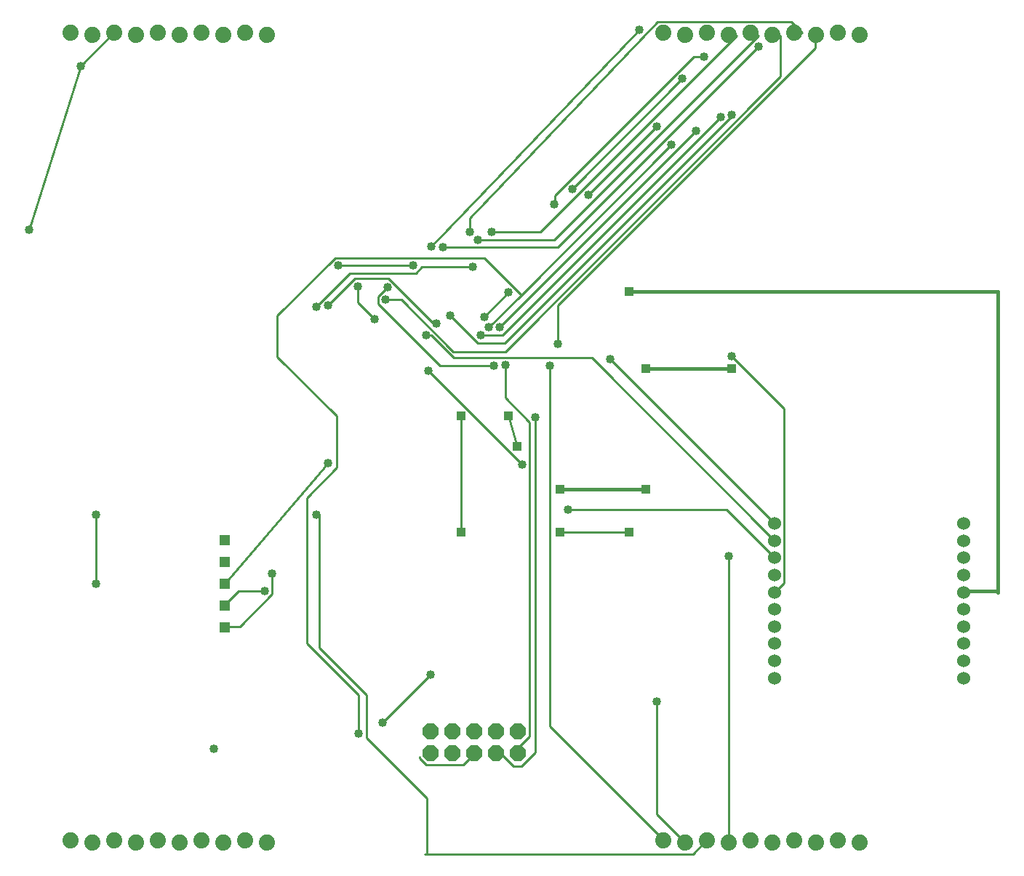
<source format=gbl>
G75*
G70*
%OFA0B0*%
%FSLAX24Y24*%
%IPPOS*%
%LPD*%
%AMOC8*
5,1,8,0,0,1.08239X$1,22.5*
%
%ADD10C,0.0740*%
%ADD11C,0.0600*%
%ADD12OC8,0.0740*%
%ADD13R,0.0515X0.0515*%
%ADD14C,0.0100*%
%ADD15C,0.0400*%
%ADD16C,0.0160*%
%ADD17R,0.0396X0.0396*%
D10*
X009629Y007428D03*
X010629Y007328D03*
X011629Y007428D03*
X012629Y007328D03*
X013629Y007428D03*
X014629Y007328D03*
X015629Y007428D03*
X016629Y007328D03*
X017629Y007428D03*
X018629Y007328D03*
X036794Y007428D03*
X037794Y007328D03*
X038794Y007428D03*
X039794Y007328D03*
X040794Y007428D03*
X041794Y007328D03*
X042794Y007428D03*
X043794Y007328D03*
X044794Y007428D03*
X045794Y007328D03*
X045794Y044336D03*
X044794Y044436D03*
X043794Y044336D03*
X042794Y044436D03*
X041794Y044336D03*
X040794Y044436D03*
X039794Y044336D03*
X038794Y044436D03*
X037794Y044336D03*
X036794Y044436D03*
X018629Y044336D03*
X017629Y044436D03*
X016629Y044336D03*
X015629Y044436D03*
X014629Y044336D03*
X013629Y044436D03*
X012629Y044336D03*
X011629Y044436D03*
X010629Y044336D03*
X009629Y044436D03*
D11*
X041912Y021945D03*
X041912Y021157D03*
X041912Y020370D03*
X041912Y019583D03*
X041912Y018795D03*
X041912Y018008D03*
X041912Y017220D03*
X041912Y016433D03*
X041912Y015646D03*
X041912Y014858D03*
X050574Y014858D03*
X050574Y015646D03*
X050574Y016433D03*
X050574Y017220D03*
X050574Y018008D03*
X050574Y018795D03*
X050574Y019583D03*
X050574Y020370D03*
X050574Y021157D03*
X050574Y021945D03*
D12*
X030133Y012406D03*
X029133Y012406D03*
X028133Y012406D03*
X027133Y012406D03*
X026133Y012406D03*
X026133Y011406D03*
X027133Y011406D03*
X028133Y011406D03*
X029133Y011406D03*
X030133Y011406D03*
D13*
X016715Y017189D03*
X016715Y018189D03*
X016715Y019189D03*
X016715Y020189D03*
X016715Y021189D03*
D14*
X018881Y019661D02*
X018881Y018717D01*
X017385Y017220D01*
X016715Y017220D01*
X016715Y017189D01*
X016715Y018189D02*
X016715Y018205D01*
X017345Y018835D01*
X018526Y018835D01*
X016715Y019189D02*
X021440Y024701D01*
X021834Y024504D02*
X021834Y026866D01*
X019117Y029583D01*
X019117Y031472D01*
X021755Y034110D01*
X028605Y034110D01*
X030287Y032429D01*
X037180Y039322D01*
X036499Y040154D02*
X033369Y037024D01*
X032621Y037280D02*
X037680Y042339D01*
X038211Y043343D02*
X038684Y043343D01*
X038211Y043343D02*
X031834Y036965D01*
X031834Y036610D01*
X031814Y036591D01*
X031180Y035322D02*
X040180Y044322D01*
X039794Y044336D01*
X040794Y044436D02*
X041180Y044322D01*
X031805Y034947D01*
X028305Y034947D01*
X027930Y035322D02*
X027930Y035947D01*
X036536Y044947D01*
X042680Y044947D01*
X043180Y044447D01*
X042794Y044436D01*
X042180Y044322D02*
X041794Y044336D01*
X042180Y044322D02*
X042180Y042447D01*
X029555Y029822D01*
X027180Y029822D01*
X024805Y032197D01*
X024055Y032197D01*
X023723Y032339D02*
X023723Y032024D01*
X026558Y029189D01*
X029038Y029189D01*
X029555Y029197D02*
X029555Y027697D01*
X030680Y026572D01*
X030680Y012187D01*
X030180Y011687D01*
X030180Y011437D01*
X030133Y011406D01*
X030305Y010812D02*
X030930Y011437D01*
X030930Y026822D01*
X029708Y026866D02*
X030101Y025488D01*
X030337Y024661D02*
X026046Y028953D01*
X027188Y029543D02*
X033526Y029543D01*
X041912Y021157D01*
X041912Y021945D02*
X041873Y021965D01*
X034373Y029465D01*
X031952Y030173D02*
X031952Y031945D01*
X043763Y043756D01*
X043763Y044307D01*
X043794Y044336D01*
X041164Y043815D02*
X031952Y034602D01*
X026696Y034602D01*
X026164Y034661D02*
X035692Y044583D01*
X039430Y040572D02*
X029430Y030572D01*
X028430Y030572D01*
X028290Y030213D02*
X029550Y030213D01*
X039944Y040606D01*
X039944Y040685D01*
X038305Y039947D02*
X029305Y030947D01*
X028805Y030947D02*
X030287Y032429D01*
X029708Y032535D02*
X028586Y031413D01*
X028290Y030213D02*
X027030Y031472D01*
X026400Y031118D02*
X026282Y031118D01*
X024215Y033185D01*
X022680Y033185D01*
X021440Y031945D01*
X020908Y031886D02*
X022444Y033421D01*
X025456Y033421D01*
X025751Y033717D01*
X028054Y033717D01*
X028930Y035322D02*
X031180Y035322D01*
X025337Y033776D02*
X021912Y033776D01*
X022805Y032822D02*
X022805Y032072D01*
X023555Y031322D01*
X023723Y032339D02*
X024156Y032772D01*
X025928Y030567D02*
X026164Y030567D01*
X027188Y029543D01*
X027542Y026866D02*
X027542Y021551D01*
X032070Y021551D02*
X035219Y021551D01*
X032424Y022575D02*
X039708Y022575D01*
X041912Y020370D01*
X042345Y019228D02*
X041912Y018795D01*
X042345Y019228D02*
X042345Y027220D01*
X039944Y029622D01*
X031597Y029169D02*
X031597Y012634D01*
X036794Y007437D01*
X036794Y007428D01*
X037739Y007378D02*
X036499Y008618D01*
X036499Y013795D01*
X030305Y010812D02*
X029930Y010812D01*
X029430Y011312D01*
X029180Y011312D01*
X029133Y011406D01*
X028133Y011406D02*
X028113Y011354D01*
X027641Y010882D01*
X025928Y010882D01*
X025633Y011177D01*
X025633Y011236D01*
X026133Y011406D02*
X026125Y011433D01*
X026125Y011669D01*
X023920Y012811D02*
X026125Y015016D01*
X023211Y014071D02*
X021046Y016236D01*
X021046Y022339D01*
X020908Y022339D01*
X020456Y023126D02*
X021834Y024504D01*
X020456Y023126D02*
X020456Y016433D01*
X022818Y014071D01*
X022818Y012299D01*
X023211Y012102D02*
X023211Y014071D01*
X023211Y012102D02*
X025967Y009346D01*
X025967Y006787D01*
X025869Y006787D01*
X025967Y006787D02*
X038152Y006787D01*
X038743Y007378D01*
X038794Y007428D01*
X037794Y007328D02*
X037739Y007378D01*
X039786Y007339D02*
X039794Y007328D01*
X039786Y007339D02*
X039786Y020449D01*
X050554Y018835D02*
X050574Y018795D01*
X011629Y044436D02*
X011578Y044406D01*
X010101Y042929D01*
X007719Y035429D01*
X010810Y022339D02*
X010810Y019189D01*
D15*
X010810Y019189D03*
X010810Y022339D03*
X018526Y018835D03*
X018881Y019661D03*
X020908Y022339D03*
X021440Y024701D03*
X026046Y028953D03*
X025928Y030567D03*
X026400Y031118D03*
X027030Y031472D03*
X028430Y030572D03*
X028805Y030947D03*
X029305Y030947D03*
X028586Y031413D03*
X029708Y032535D03*
X028054Y033717D03*
X028305Y034947D03*
X027930Y035322D03*
X028930Y035322D03*
X026696Y034602D03*
X026164Y034661D03*
X025337Y033776D03*
X024156Y032772D03*
X024055Y032197D03*
X023555Y031322D03*
X022805Y032822D03*
X021912Y033776D03*
X021440Y031945D03*
X020908Y031886D03*
X029038Y029189D03*
X029555Y029197D03*
X031597Y029169D03*
X031952Y030173D03*
X034373Y029465D03*
X030930Y026822D03*
X030337Y024661D03*
X032424Y022575D03*
X039786Y020449D03*
X036499Y013795D03*
X026125Y015016D03*
X023920Y012811D03*
X022818Y012299D03*
X016204Y011610D03*
X039944Y029622D03*
X031814Y036591D03*
X032621Y037280D03*
X033369Y037024D03*
X036499Y040154D03*
X037180Y039322D03*
X038305Y039947D03*
X039430Y040572D03*
X039944Y040685D03*
X037680Y042339D03*
X038684Y043343D03*
X041164Y043815D03*
X035692Y044583D03*
X010101Y042929D03*
X007719Y035429D03*
D16*
X032070Y023520D02*
X036007Y023520D01*
X036007Y029031D02*
X039944Y029031D01*
X035219Y032575D02*
X052149Y032575D01*
X052149Y018795D01*
X052109Y018835D01*
X050554Y018835D01*
D17*
X039944Y029031D03*
X036007Y029031D03*
X035219Y032575D03*
X029708Y026866D03*
X030101Y025488D03*
X032070Y023520D03*
X032070Y021551D03*
X035219Y021551D03*
X036007Y023520D03*
X027542Y021551D03*
X027542Y026866D03*
M02*

</source>
